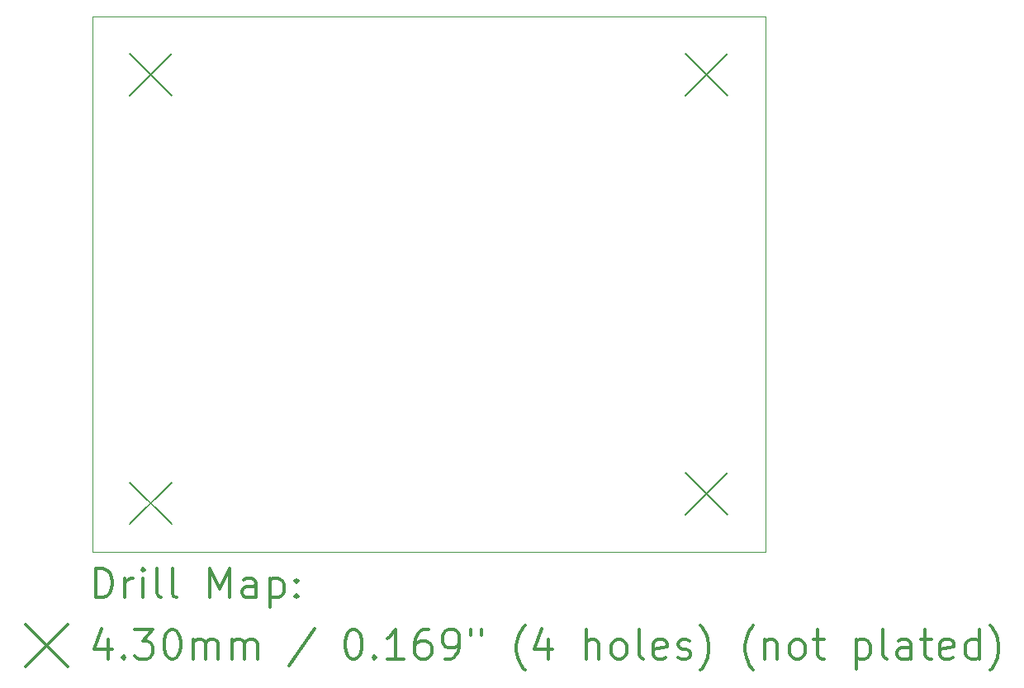
<source format=gbr>
%FSLAX45Y45*%
G04 Gerber Fmt 4.5, Leading zero omitted, Abs format (unit mm)*
G04 Created by KiCad (PCBNEW 5.1.6-c6e7f7d~87~ubuntu20.04.1) date 2020-08-28 13:02:30*
%MOMM*%
%LPD*%
G01*
G04 APERTURE LIST*
%TA.AperFunction,Profile*%
%ADD10C,0.050000*%
%TD*%
%ADD11C,0.200000*%
%ADD12C,0.300000*%
G04 APERTURE END LIST*
D10*
X6900000Y-8000000D02*
X13800000Y-8000000D01*
X13800000Y-2500000D02*
X13800000Y-2900000D01*
X6900000Y-2500000D02*
X13800000Y-2500000D01*
X6900000Y-3000000D02*
X6900000Y-2500000D01*
X13800000Y-2900000D02*
X13800000Y-8000000D01*
X6900000Y-3000000D02*
X6900000Y-8000000D01*
D11*
X7285000Y-2885000D02*
X7715000Y-3315000D01*
X7715000Y-2885000D02*
X7285000Y-3315000D01*
X7285000Y-7285000D02*
X7715000Y-7715000D01*
X7715000Y-7285000D02*
X7285000Y-7715000D01*
X12985000Y-7185000D02*
X13415000Y-7615000D01*
X13415000Y-7185000D02*
X12985000Y-7615000D01*
X12985000Y-2885000D02*
X13415000Y-3315000D01*
X13415000Y-2885000D02*
X12985000Y-3315000D01*
D12*
X6936428Y-8468214D02*
X6936428Y-8168214D01*
X7007857Y-8168214D01*
X7050714Y-8182500D01*
X7079286Y-8211071D01*
X7093571Y-8239643D01*
X7107857Y-8296786D01*
X7107857Y-8339643D01*
X7093571Y-8396786D01*
X7079286Y-8425357D01*
X7050714Y-8453929D01*
X7007857Y-8468214D01*
X6936428Y-8468214D01*
X7236428Y-8468214D02*
X7236428Y-8268214D01*
X7236428Y-8325357D02*
X7250714Y-8296786D01*
X7265000Y-8282500D01*
X7293571Y-8268214D01*
X7322143Y-8268214D01*
X7422143Y-8468214D02*
X7422143Y-8268214D01*
X7422143Y-8168214D02*
X7407857Y-8182500D01*
X7422143Y-8196786D01*
X7436428Y-8182500D01*
X7422143Y-8168214D01*
X7422143Y-8196786D01*
X7607857Y-8468214D02*
X7579286Y-8453929D01*
X7565000Y-8425357D01*
X7565000Y-8168214D01*
X7765000Y-8468214D02*
X7736428Y-8453929D01*
X7722143Y-8425357D01*
X7722143Y-8168214D01*
X8107857Y-8468214D02*
X8107857Y-8168214D01*
X8207857Y-8382500D01*
X8307857Y-8168214D01*
X8307857Y-8468214D01*
X8579286Y-8468214D02*
X8579286Y-8311071D01*
X8565000Y-8282500D01*
X8536429Y-8268214D01*
X8479286Y-8268214D01*
X8450714Y-8282500D01*
X8579286Y-8453929D02*
X8550714Y-8468214D01*
X8479286Y-8468214D01*
X8450714Y-8453929D01*
X8436429Y-8425357D01*
X8436429Y-8396786D01*
X8450714Y-8368214D01*
X8479286Y-8353929D01*
X8550714Y-8353929D01*
X8579286Y-8339643D01*
X8722143Y-8268214D02*
X8722143Y-8568214D01*
X8722143Y-8282500D02*
X8750714Y-8268214D01*
X8807857Y-8268214D01*
X8836429Y-8282500D01*
X8850714Y-8296786D01*
X8865000Y-8325357D01*
X8865000Y-8411072D01*
X8850714Y-8439643D01*
X8836429Y-8453929D01*
X8807857Y-8468214D01*
X8750714Y-8468214D01*
X8722143Y-8453929D01*
X8993571Y-8439643D02*
X9007857Y-8453929D01*
X8993571Y-8468214D01*
X8979286Y-8453929D01*
X8993571Y-8439643D01*
X8993571Y-8468214D01*
X8993571Y-8282500D02*
X9007857Y-8296786D01*
X8993571Y-8311071D01*
X8979286Y-8296786D01*
X8993571Y-8282500D01*
X8993571Y-8311071D01*
X6220000Y-8747500D02*
X6650000Y-9177500D01*
X6650000Y-8747500D02*
X6220000Y-9177500D01*
X7065000Y-8898214D02*
X7065000Y-9098214D01*
X6993571Y-8783929D02*
X6922143Y-8998214D01*
X7107857Y-8998214D01*
X7222143Y-9069643D02*
X7236428Y-9083929D01*
X7222143Y-9098214D01*
X7207857Y-9083929D01*
X7222143Y-9069643D01*
X7222143Y-9098214D01*
X7336428Y-8798214D02*
X7522143Y-8798214D01*
X7422143Y-8912500D01*
X7465000Y-8912500D01*
X7493571Y-8926786D01*
X7507857Y-8941072D01*
X7522143Y-8969643D01*
X7522143Y-9041072D01*
X7507857Y-9069643D01*
X7493571Y-9083929D01*
X7465000Y-9098214D01*
X7379286Y-9098214D01*
X7350714Y-9083929D01*
X7336428Y-9069643D01*
X7707857Y-8798214D02*
X7736428Y-8798214D01*
X7765000Y-8812500D01*
X7779286Y-8826786D01*
X7793571Y-8855357D01*
X7807857Y-8912500D01*
X7807857Y-8983929D01*
X7793571Y-9041072D01*
X7779286Y-9069643D01*
X7765000Y-9083929D01*
X7736428Y-9098214D01*
X7707857Y-9098214D01*
X7679286Y-9083929D01*
X7665000Y-9069643D01*
X7650714Y-9041072D01*
X7636428Y-8983929D01*
X7636428Y-8912500D01*
X7650714Y-8855357D01*
X7665000Y-8826786D01*
X7679286Y-8812500D01*
X7707857Y-8798214D01*
X7936428Y-9098214D02*
X7936428Y-8898214D01*
X7936428Y-8926786D02*
X7950714Y-8912500D01*
X7979286Y-8898214D01*
X8022143Y-8898214D01*
X8050714Y-8912500D01*
X8065000Y-8941072D01*
X8065000Y-9098214D01*
X8065000Y-8941072D02*
X8079286Y-8912500D01*
X8107857Y-8898214D01*
X8150714Y-8898214D01*
X8179286Y-8912500D01*
X8193571Y-8941072D01*
X8193571Y-9098214D01*
X8336428Y-9098214D02*
X8336428Y-8898214D01*
X8336428Y-8926786D02*
X8350714Y-8912500D01*
X8379286Y-8898214D01*
X8422143Y-8898214D01*
X8450714Y-8912500D01*
X8465000Y-8941072D01*
X8465000Y-9098214D01*
X8465000Y-8941072D02*
X8479286Y-8912500D01*
X8507857Y-8898214D01*
X8550714Y-8898214D01*
X8579286Y-8912500D01*
X8593571Y-8941072D01*
X8593571Y-9098214D01*
X9179286Y-8783929D02*
X8922143Y-9169643D01*
X9565000Y-8798214D02*
X9593571Y-8798214D01*
X9622143Y-8812500D01*
X9636429Y-8826786D01*
X9650714Y-8855357D01*
X9665000Y-8912500D01*
X9665000Y-8983929D01*
X9650714Y-9041072D01*
X9636429Y-9069643D01*
X9622143Y-9083929D01*
X9593571Y-9098214D01*
X9565000Y-9098214D01*
X9536429Y-9083929D01*
X9522143Y-9069643D01*
X9507857Y-9041072D01*
X9493571Y-8983929D01*
X9493571Y-8912500D01*
X9507857Y-8855357D01*
X9522143Y-8826786D01*
X9536429Y-8812500D01*
X9565000Y-8798214D01*
X9793571Y-9069643D02*
X9807857Y-9083929D01*
X9793571Y-9098214D01*
X9779286Y-9083929D01*
X9793571Y-9069643D01*
X9793571Y-9098214D01*
X10093571Y-9098214D02*
X9922143Y-9098214D01*
X10007857Y-9098214D02*
X10007857Y-8798214D01*
X9979286Y-8841072D01*
X9950714Y-8869643D01*
X9922143Y-8883929D01*
X10350714Y-8798214D02*
X10293571Y-8798214D01*
X10265000Y-8812500D01*
X10250714Y-8826786D01*
X10222143Y-8869643D01*
X10207857Y-8926786D01*
X10207857Y-9041072D01*
X10222143Y-9069643D01*
X10236429Y-9083929D01*
X10265000Y-9098214D01*
X10322143Y-9098214D01*
X10350714Y-9083929D01*
X10365000Y-9069643D01*
X10379286Y-9041072D01*
X10379286Y-8969643D01*
X10365000Y-8941072D01*
X10350714Y-8926786D01*
X10322143Y-8912500D01*
X10265000Y-8912500D01*
X10236429Y-8926786D01*
X10222143Y-8941072D01*
X10207857Y-8969643D01*
X10522143Y-9098214D02*
X10579286Y-9098214D01*
X10607857Y-9083929D01*
X10622143Y-9069643D01*
X10650714Y-9026786D01*
X10665000Y-8969643D01*
X10665000Y-8855357D01*
X10650714Y-8826786D01*
X10636429Y-8812500D01*
X10607857Y-8798214D01*
X10550714Y-8798214D01*
X10522143Y-8812500D01*
X10507857Y-8826786D01*
X10493571Y-8855357D01*
X10493571Y-8926786D01*
X10507857Y-8955357D01*
X10522143Y-8969643D01*
X10550714Y-8983929D01*
X10607857Y-8983929D01*
X10636429Y-8969643D01*
X10650714Y-8955357D01*
X10665000Y-8926786D01*
X10779286Y-8798214D02*
X10779286Y-8855357D01*
X10893571Y-8798214D02*
X10893571Y-8855357D01*
X11336428Y-9212500D02*
X11322143Y-9198214D01*
X11293571Y-9155357D01*
X11279286Y-9126786D01*
X11265000Y-9083929D01*
X11250714Y-9012500D01*
X11250714Y-8955357D01*
X11265000Y-8883929D01*
X11279286Y-8841072D01*
X11293571Y-8812500D01*
X11322143Y-8769643D01*
X11336428Y-8755357D01*
X11579286Y-8898214D02*
X11579286Y-9098214D01*
X11507857Y-8783929D02*
X11436428Y-8998214D01*
X11622143Y-8998214D01*
X11965000Y-9098214D02*
X11965000Y-8798214D01*
X12093571Y-9098214D02*
X12093571Y-8941072D01*
X12079286Y-8912500D01*
X12050714Y-8898214D01*
X12007857Y-8898214D01*
X11979286Y-8912500D01*
X11965000Y-8926786D01*
X12279286Y-9098214D02*
X12250714Y-9083929D01*
X12236428Y-9069643D01*
X12222143Y-9041072D01*
X12222143Y-8955357D01*
X12236428Y-8926786D01*
X12250714Y-8912500D01*
X12279286Y-8898214D01*
X12322143Y-8898214D01*
X12350714Y-8912500D01*
X12365000Y-8926786D01*
X12379286Y-8955357D01*
X12379286Y-9041072D01*
X12365000Y-9069643D01*
X12350714Y-9083929D01*
X12322143Y-9098214D01*
X12279286Y-9098214D01*
X12550714Y-9098214D02*
X12522143Y-9083929D01*
X12507857Y-9055357D01*
X12507857Y-8798214D01*
X12779286Y-9083929D02*
X12750714Y-9098214D01*
X12693571Y-9098214D01*
X12665000Y-9083929D01*
X12650714Y-9055357D01*
X12650714Y-8941072D01*
X12665000Y-8912500D01*
X12693571Y-8898214D01*
X12750714Y-8898214D01*
X12779286Y-8912500D01*
X12793571Y-8941072D01*
X12793571Y-8969643D01*
X12650714Y-8998214D01*
X12907857Y-9083929D02*
X12936428Y-9098214D01*
X12993571Y-9098214D01*
X13022143Y-9083929D01*
X13036428Y-9055357D01*
X13036428Y-9041072D01*
X13022143Y-9012500D01*
X12993571Y-8998214D01*
X12950714Y-8998214D01*
X12922143Y-8983929D01*
X12907857Y-8955357D01*
X12907857Y-8941072D01*
X12922143Y-8912500D01*
X12950714Y-8898214D01*
X12993571Y-8898214D01*
X13022143Y-8912500D01*
X13136428Y-9212500D02*
X13150714Y-9198214D01*
X13179286Y-9155357D01*
X13193571Y-9126786D01*
X13207857Y-9083929D01*
X13222143Y-9012500D01*
X13222143Y-8955357D01*
X13207857Y-8883929D01*
X13193571Y-8841072D01*
X13179286Y-8812500D01*
X13150714Y-8769643D01*
X13136428Y-8755357D01*
X13679286Y-9212500D02*
X13665000Y-9198214D01*
X13636428Y-9155357D01*
X13622143Y-9126786D01*
X13607857Y-9083929D01*
X13593571Y-9012500D01*
X13593571Y-8955357D01*
X13607857Y-8883929D01*
X13622143Y-8841072D01*
X13636428Y-8812500D01*
X13665000Y-8769643D01*
X13679286Y-8755357D01*
X13793571Y-8898214D02*
X13793571Y-9098214D01*
X13793571Y-8926786D02*
X13807857Y-8912500D01*
X13836428Y-8898214D01*
X13879286Y-8898214D01*
X13907857Y-8912500D01*
X13922143Y-8941072D01*
X13922143Y-9098214D01*
X14107857Y-9098214D02*
X14079286Y-9083929D01*
X14065000Y-9069643D01*
X14050714Y-9041072D01*
X14050714Y-8955357D01*
X14065000Y-8926786D01*
X14079286Y-8912500D01*
X14107857Y-8898214D01*
X14150714Y-8898214D01*
X14179286Y-8912500D01*
X14193571Y-8926786D01*
X14207857Y-8955357D01*
X14207857Y-9041072D01*
X14193571Y-9069643D01*
X14179286Y-9083929D01*
X14150714Y-9098214D01*
X14107857Y-9098214D01*
X14293571Y-8898214D02*
X14407857Y-8898214D01*
X14336428Y-8798214D02*
X14336428Y-9055357D01*
X14350714Y-9083929D01*
X14379286Y-9098214D01*
X14407857Y-9098214D01*
X14736428Y-8898214D02*
X14736428Y-9198214D01*
X14736428Y-8912500D02*
X14765000Y-8898214D01*
X14822143Y-8898214D01*
X14850714Y-8912500D01*
X14865000Y-8926786D01*
X14879286Y-8955357D01*
X14879286Y-9041072D01*
X14865000Y-9069643D01*
X14850714Y-9083929D01*
X14822143Y-9098214D01*
X14765000Y-9098214D01*
X14736428Y-9083929D01*
X15050714Y-9098214D02*
X15022143Y-9083929D01*
X15007857Y-9055357D01*
X15007857Y-8798214D01*
X15293571Y-9098214D02*
X15293571Y-8941072D01*
X15279286Y-8912500D01*
X15250714Y-8898214D01*
X15193571Y-8898214D01*
X15165000Y-8912500D01*
X15293571Y-9083929D02*
X15265000Y-9098214D01*
X15193571Y-9098214D01*
X15165000Y-9083929D01*
X15150714Y-9055357D01*
X15150714Y-9026786D01*
X15165000Y-8998214D01*
X15193571Y-8983929D01*
X15265000Y-8983929D01*
X15293571Y-8969643D01*
X15393571Y-8898214D02*
X15507857Y-8898214D01*
X15436428Y-8798214D02*
X15436428Y-9055357D01*
X15450714Y-9083929D01*
X15479286Y-9098214D01*
X15507857Y-9098214D01*
X15722143Y-9083929D02*
X15693571Y-9098214D01*
X15636428Y-9098214D01*
X15607857Y-9083929D01*
X15593571Y-9055357D01*
X15593571Y-8941072D01*
X15607857Y-8912500D01*
X15636428Y-8898214D01*
X15693571Y-8898214D01*
X15722143Y-8912500D01*
X15736428Y-8941072D01*
X15736428Y-8969643D01*
X15593571Y-8998214D01*
X15993571Y-9098214D02*
X15993571Y-8798214D01*
X15993571Y-9083929D02*
X15965000Y-9098214D01*
X15907857Y-9098214D01*
X15879286Y-9083929D01*
X15865000Y-9069643D01*
X15850714Y-9041072D01*
X15850714Y-8955357D01*
X15865000Y-8926786D01*
X15879286Y-8912500D01*
X15907857Y-8898214D01*
X15965000Y-8898214D01*
X15993571Y-8912500D01*
X16107857Y-9212500D02*
X16122143Y-9198214D01*
X16150714Y-9155357D01*
X16165000Y-9126786D01*
X16179286Y-9083929D01*
X16193571Y-9012500D01*
X16193571Y-8955357D01*
X16179286Y-8883929D01*
X16165000Y-8841072D01*
X16150714Y-8812500D01*
X16122143Y-8769643D01*
X16107857Y-8755357D01*
M02*

</source>
